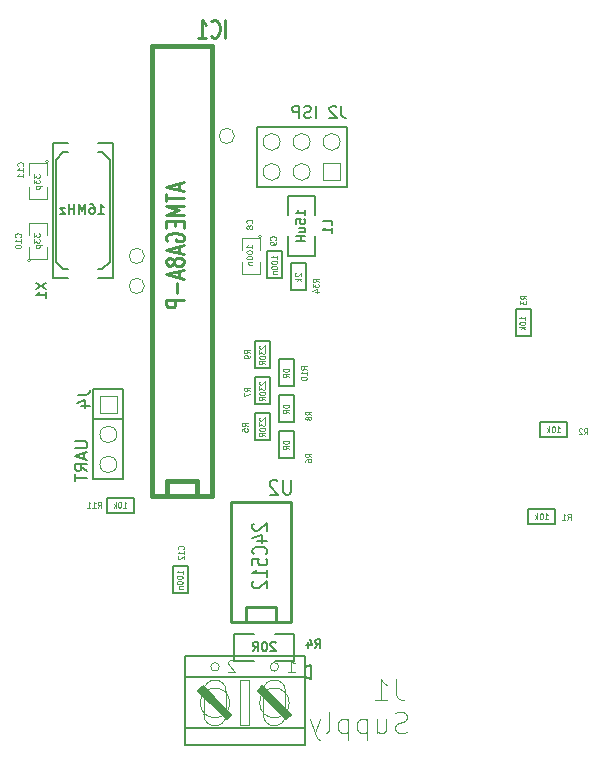
<source format=gbo>
G04 (created by PCBNEW (2013-jul-07)-stable) date pon, 28 lis 2016, 06:01:28*
%MOIN*%
G04 Gerber Fmt 3.4, Leading zero omitted, Abs format*
%FSLAX34Y34*%
G01*
G70*
G90*
G04 APERTURE LIST*
%ADD10C,0.00393701*%
%ADD11C,0.005*%
%ADD12C,0.0039*%
%ADD13C,0.00590551*%
%ADD14C,0.008*%
%ADD15C,0.006*%
%ADD16C,0.01*%
%ADD17C,0.0026*%
%ADD18C,0.024*%
%ADD19C,0.003*%
%ADD20C,0.015*%
%ADD21C,0.0043*%
%ADD22C,0.0045*%
%ADD23C,0.0035*%
%ADD24C,0.01125*%
%ADD25C,0.012*%
G04 APERTURE END LIST*
G54D10*
G54D11*
X84850Y-40900D02*
X83950Y-40900D01*
X83950Y-40900D02*
X83950Y-40250D01*
X84850Y-39550D02*
X84850Y-38900D01*
X84850Y-38900D02*
X83950Y-38900D01*
X83950Y-38900D02*
X83950Y-39550D01*
X84850Y-40250D02*
X84850Y-40900D01*
X84150Y-53500D02*
X84150Y-54400D01*
X84150Y-54400D02*
X83500Y-54400D01*
X82800Y-53500D02*
X82150Y-53500D01*
X82150Y-53500D02*
X82150Y-54400D01*
X82150Y-54400D02*
X82800Y-54400D01*
X83500Y-53500D02*
X84150Y-53500D01*
G54D12*
X75950Y-37750D02*
G75*
G03X75950Y-37750I-50J0D01*
G74*
G01*
X75900Y-38200D02*
X75900Y-37800D01*
X75900Y-37800D02*
X75300Y-37800D01*
X75300Y-37800D02*
X75300Y-38200D01*
X75300Y-38600D02*
X75300Y-39000D01*
X75300Y-39000D02*
X75900Y-39000D01*
X75900Y-39000D02*
X75900Y-38600D01*
X75350Y-41050D02*
G75*
G03X75350Y-41050I-50J0D01*
G74*
G01*
X75300Y-40600D02*
X75300Y-41000D01*
X75300Y-41000D02*
X75900Y-41000D01*
X75900Y-41000D02*
X75900Y-40600D01*
X75900Y-40200D02*
X75900Y-39800D01*
X75900Y-39800D02*
X75300Y-39800D01*
X75300Y-39800D02*
X75300Y-40200D01*
G54D11*
X92029Y-43586D02*
X92029Y-42686D01*
X92029Y-42686D02*
X91529Y-42686D01*
X91529Y-42686D02*
X91529Y-43586D01*
X91529Y-43586D02*
X92029Y-43586D01*
X93250Y-46450D02*
X92350Y-46450D01*
X92350Y-46450D02*
X92350Y-46950D01*
X92350Y-46950D02*
X93250Y-46950D01*
X93250Y-46950D02*
X93250Y-46450D01*
X82850Y-43750D02*
X82850Y-44650D01*
X82850Y-44650D02*
X83350Y-44650D01*
X83350Y-44650D02*
X83350Y-43750D01*
X83350Y-43750D02*
X82850Y-43750D01*
X83250Y-40750D02*
X83250Y-41650D01*
X83250Y-41650D02*
X83750Y-41650D01*
X83750Y-41650D02*
X83750Y-40750D01*
X83750Y-40750D02*
X83250Y-40750D01*
X82850Y-44950D02*
X82850Y-45850D01*
X82850Y-45850D02*
X83350Y-45850D01*
X83350Y-45850D02*
X83350Y-44950D01*
X83350Y-44950D02*
X82850Y-44950D01*
X84150Y-46450D02*
X84150Y-45550D01*
X84150Y-45550D02*
X83650Y-45550D01*
X83650Y-45550D02*
X83650Y-46450D01*
X83650Y-46450D02*
X84150Y-46450D01*
X84150Y-45250D02*
X84150Y-44350D01*
X84150Y-44350D02*
X83650Y-44350D01*
X83650Y-44350D02*
X83650Y-45250D01*
X83650Y-45250D02*
X84150Y-45250D01*
X80600Y-52150D02*
X80600Y-51250D01*
X80600Y-51250D02*
X80100Y-51250D01*
X80100Y-51250D02*
X80100Y-52150D01*
X80100Y-52150D02*
X80600Y-52150D01*
X78796Y-48962D02*
X77896Y-48962D01*
X77896Y-48962D02*
X77896Y-49462D01*
X77896Y-49462D02*
X78796Y-49462D01*
X78796Y-49462D02*
X78796Y-48962D01*
X84550Y-42050D02*
X84550Y-41150D01*
X84550Y-41150D02*
X84050Y-41150D01*
X84050Y-41150D02*
X84050Y-42050D01*
X84050Y-42050D02*
X84550Y-42050D01*
X92850Y-49350D02*
X91950Y-49350D01*
X91950Y-49350D02*
X91950Y-49850D01*
X91950Y-49850D02*
X92850Y-49850D01*
X92850Y-49850D02*
X92850Y-49350D01*
X82850Y-46150D02*
X82850Y-47050D01*
X82850Y-47050D02*
X83350Y-47050D01*
X83350Y-47050D02*
X83350Y-46150D01*
X83350Y-46150D02*
X82850Y-46150D01*
X84150Y-47650D02*
X84150Y-46750D01*
X84150Y-46750D02*
X83650Y-46750D01*
X83650Y-46750D02*
X83650Y-47650D01*
X83650Y-47650D02*
X84150Y-47650D01*
G54D13*
X76450Y-37450D02*
X76600Y-37450D01*
X77750Y-37450D02*
X77600Y-37450D01*
X77750Y-41350D02*
X77600Y-41350D01*
X76450Y-41350D02*
X76600Y-41350D01*
X76100Y-41650D02*
X76600Y-41650D01*
X78100Y-41650D02*
X77600Y-41650D01*
X78100Y-37150D02*
X77600Y-37150D01*
X76100Y-37150D02*
X76600Y-37150D01*
X77750Y-37450D02*
X78000Y-37700D01*
X78000Y-37700D02*
X78000Y-41100D01*
X78000Y-41100D02*
X77750Y-41350D01*
X76450Y-41350D02*
X76200Y-41100D01*
X76200Y-41100D02*
X76200Y-37700D01*
X76200Y-37700D02*
X76450Y-37450D01*
X78100Y-41650D02*
X78100Y-37150D01*
X76100Y-37150D02*
X76100Y-41650D01*
G54D14*
X82900Y-38600D02*
X85900Y-38600D01*
X85900Y-36600D02*
X82900Y-36600D01*
X82900Y-36600D02*
X82900Y-38600D01*
X85900Y-38600D02*
X85900Y-36600D01*
G54D15*
X78452Y-45350D02*
X77452Y-45350D01*
X77452Y-45350D02*
X77452Y-48350D01*
X77452Y-48350D02*
X78452Y-48350D01*
X78452Y-48350D02*
X78452Y-45350D01*
X77452Y-46350D02*
X78452Y-46350D01*
G54D16*
X83550Y-53100D02*
X83550Y-52600D01*
X83550Y-52600D02*
X82550Y-52600D01*
X82550Y-52600D02*
X82550Y-53100D01*
X84050Y-53100D02*
X84050Y-49100D01*
X84050Y-49100D02*
X82050Y-49100D01*
X82050Y-49100D02*
X82050Y-53100D01*
X82050Y-53100D02*
X84050Y-53100D01*
G54D17*
X82650Y-56550D02*
X82350Y-56550D01*
X82350Y-56550D02*
X82350Y-55050D01*
X82650Y-55050D02*
X82350Y-55050D01*
X82650Y-56550D02*
X82650Y-55050D01*
G54D15*
X84500Y-57200D02*
X84500Y-56650D01*
X80500Y-54250D02*
X84500Y-54250D01*
X80500Y-54250D02*
X80500Y-54950D01*
X84500Y-57200D02*
X80500Y-57200D01*
X84500Y-54600D02*
X84700Y-54550D01*
X84500Y-54600D02*
X84500Y-54250D01*
X84700Y-54550D02*
X84700Y-55000D01*
X84700Y-55000D02*
X84500Y-54950D01*
X84500Y-54950D02*
X84500Y-54600D01*
X84500Y-54950D02*
X80500Y-54950D01*
X80500Y-54950D02*
X80500Y-56650D01*
X84500Y-56650D02*
X80500Y-56650D01*
X84500Y-56650D02*
X84500Y-54950D01*
X80500Y-56650D02*
X80500Y-57200D01*
X81910Y-56350D02*
X80960Y-55400D01*
X82060Y-56200D02*
X81110Y-55250D01*
X84040Y-56200D02*
X83090Y-55250D01*
X83890Y-56350D02*
X82940Y-55400D01*
G54D18*
X81910Y-56200D02*
X81110Y-55400D01*
X83890Y-56200D02*
X83090Y-55400D01*
G54D15*
X82060Y-56200D02*
X81910Y-56350D01*
X81110Y-55250D02*
X80960Y-55400D01*
X84040Y-56200D02*
X83890Y-56350D01*
X83090Y-55250D02*
X82940Y-55400D01*
G54D19*
X81651Y-54600D02*
G75*
G03X81651Y-54600I-141J0D01*
G74*
G01*
X83631Y-54600D02*
G75*
G03X83631Y-54600I-141J0D01*
G74*
G01*
X82004Y-55800D02*
G75*
G03X82004Y-55800I-494J0D01*
G74*
G01*
X83984Y-55800D02*
G75*
G03X83984Y-55800I-494J0D01*
G74*
G01*
G54D20*
X81400Y-48900D02*
X81400Y-33900D01*
X81400Y-33900D02*
X79400Y-33900D01*
X79400Y-33900D02*
X79400Y-48900D01*
X79400Y-48900D02*
X81400Y-48900D01*
X80900Y-48900D02*
X80900Y-48400D01*
X80900Y-48400D02*
X79900Y-48400D01*
X79900Y-48400D02*
X79900Y-48900D01*
G54D12*
X83050Y-40250D02*
G75*
G03X83050Y-40250I-50J0D01*
G74*
G01*
X83000Y-40700D02*
X83000Y-40300D01*
X83000Y-40300D02*
X82400Y-40300D01*
X82400Y-40300D02*
X82400Y-40700D01*
X82400Y-41100D02*
X82400Y-41500D01*
X82400Y-41500D02*
X83000Y-41500D01*
X83000Y-41500D02*
X83000Y-41100D01*
G54D10*
X85119Y-37819D02*
X85119Y-38380D01*
X85680Y-38380D01*
X85680Y-37819D01*
X85119Y-37819D01*
X85680Y-37100D02*
G75*
G03X85680Y-37100I-280J0D01*
G74*
G01*
X84680Y-38100D02*
G75*
G03X84680Y-38100I-280J0D01*
G74*
G01*
X84680Y-37100D02*
G75*
G03X84680Y-37100I-280J0D01*
G74*
G01*
X83680Y-38100D02*
G75*
G03X83680Y-38100I-280J0D01*
G74*
G01*
X83680Y-37100D02*
G75*
G03X83680Y-37100I-280J0D01*
G74*
G01*
X77672Y-45570D02*
X77672Y-46130D01*
X78233Y-46130D01*
X78233Y-45570D01*
X77672Y-45570D01*
X78233Y-46850D02*
G75*
G03X78233Y-46850I-280J0D01*
G74*
G01*
X78233Y-47850D02*
G75*
G03X78233Y-47850I-280J0D01*
G74*
G01*
X83860Y-56190D02*
X83860Y-55410D01*
X83119Y-56190D02*
X83119Y-55410D01*
X83860Y-55410D02*
G75*
G03X83119Y-55410I-370J0D01*
G74*
G01*
X83119Y-56190D02*
G75*
G03X83860Y-56190I370J0D01*
G74*
G01*
X81880Y-56190D02*
X81880Y-55410D01*
X81139Y-56190D02*
X81139Y-55410D01*
X81880Y-55410D02*
G75*
G03X81139Y-55410I-370J0D01*
G74*
G01*
X81139Y-56190D02*
G75*
G03X81880Y-56190I370J0D01*
G74*
G01*
X79155Y-41900D02*
G75*
G03X79155Y-41900I-255J0D01*
G74*
G01*
X79155Y-40900D02*
G75*
G03X79155Y-40900I-255J0D01*
G74*
G01*
X82155Y-36900D02*
G75*
G03X82155Y-36900I-255J0D01*
G74*
G01*
G54D11*
X85397Y-39871D02*
X85397Y-39728D01*
X85097Y-39728D01*
X85397Y-40128D02*
X85397Y-39956D01*
X85397Y-40042D02*
X85097Y-40042D01*
X85139Y-40014D01*
X85168Y-39985D01*
X85182Y-39956D01*
X84521Y-39550D02*
X84521Y-39378D01*
X84521Y-39464D02*
X84221Y-39464D01*
X84264Y-39435D01*
X84292Y-39407D01*
X84307Y-39378D01*
X84221Y-39821D02*
X84221Y-39678D01*
X84364Y-39664D01*
X84350Y-39678D01*
X84335Y-39707D01*
X84335Y-39778D01*
X84350Y-39807D01*
X84364Y-39821D01*
X84392Y-39835D01*
X84464Y-39835D01*
X84492Y-39821D01*
X84507Y-39807D01*
X84521Y-39778D01*
X84521Y-39707D01*
X84507Y-39678D01*
X84492Y-39664D01*
X84321Y-40092D02*
X84521Y-40092D01*
X84321Y-39964D02*
X84478Y-39964D01*
X84507Y-39978D01*
X84521Y-40007D01*
X84521Y-40050D01*
X84507Y-40078D01*
X84492Y-40092D01*
X84521Y-40235D02*
X84221Y-40235D01*
X84364Y-40235D02*
X84364Y-40407D01*
X84521Y-40407D02*
X84221Y-40407D01*
X84853Y-53979D02*
X84953Y-53836D01*
X85024Y-53979D02*
X85024Y-53679D01*
X84910Y-53679D01*
X84881Y-53693D01*
X84867Y-53708D01*
X84853Y-53736D01*
X84853Y-53779D01*
X84867Y-53808D01*
X84881Y-53822D01*
X84910Y-53836D01*
X85024Y-53836D01*
X84596Y-53779D02*
X84596Y-53979D01*
X84667Y-53665D02*
X84738Y-53879D01*
X84553Y-53879D01*
X83528Y-53800D02*
X83514Y-53785D01*
X83485Y-53771D01*
X83414Y-53771D01*
X83385Y-53785D01*
X83371Y-53800D01*
X83357Y-53828D01*
X83357Y-53857D01*
X83371Y-53900D01*
X83542Y-54071D01*
X83357Y-54071D01*
X83171Y-53771D02*
X83142Y-53771D01*
X83114Y-53785D01*
X83100Y-53800D01*
X83085Y-53828D01*
X83071Y-53885D01*
X83071Y-53957D01*
X83085Y-54014D01*
X83100Y-54042D01*
X83114Y-54057D01*
X83142Y-54071D01*
X83171Y-54071D01*
X83200Y-54057D01*
X83214Y-54042D01*
X83228Y-54014D01*
X83242Y-53957D01*
X83242Y-53885D01*
X83228Y-53828D01*
X83214Y-53800D01*
X83200Y-53785D01*
X83171Y-53771D01*
X82771Y-54071D02*
X82871Y-53928D01*
X82942Y-54071D02*
X82942Y-53771D01*
X82828Y-53771D01*
X82800Y-53785D01*
X82785Y-53800D01*
X82771Y-53828D01*
X82771Y-53871D01*
X82785Y-53900D01*
X82800Y-53914D01*
X82828Y-53928D01*
X82942Y-53928D01*
G54D21*
X75100Y-37904D02*
X75109Y-37895D01*
X75119Y-37867D01*
X75119Y-37848D01*
X75109Y-37820D01*
X75090Y-37801D01*
X75072Y-37792D01*
X75034Y-37782D01*
X75006Y-37782D01*
X74969Y-37792D01*
X74950Y-37801D01*
X74931Y-37820D01*
X74922Y-37848D01*
X74922Y-37867D01*
X74931Y-37895D01*
X74940Y-37904D01*
X75119Y-38092D02*
X75119Y-37979D01*
X75119Y-38036D02*
X74922Y-38036D01*
X74950Y-38017D01*
X74969Y-37998D01*
X74978Y-37979D01*
X75119Y-38280D02*
X75119Y-38167D01*
X75119Y-38223D02*
X74922Y-38223D01*
X74950Y-38205D01*
X74969Y-38186D01*
X74978Y-38167D01*
X75473Y-38176D02*
X75473Y-38298D01*
X75548Y-38232D01*
X75548Y-38261D01*
X75557Y-38279D01*
X75567Y-38289D01*
X75585Y-38298D01*
X75632Y-38298D01*
X75651Y-38289D01*
X75660Y-38279D01*
X75670Y-38261D01*
X75670Y-38204D01*
X75660Y-38185D01*
X75651Y-38176D01*
X75473Y-38364D02*
X75473Y-38486D01*
X75548Y-38420D01*
X75548Y-38448D01*
X75557Y-38467D01*
X75567Y-38476D01*
X75585Y-38486D01*
X75632Y-38486D01*
X75651Y-38476D01*
X75660Y-38467D01*
X75670Y-38448D01*
X75670Y-38392D01*
X75660Y-38373D01*
X75651Y-38364D01*
X75538Y-38570D02*
X75735Y-38570D01*
X75548Y-38570D02*
X75538Y-38589D01*
X75538Y-38626D01*
X75548Y-38645D01*
X75557Y-38655D01*
X75576Y-38664D01*
X75632Y-38664D01*
X75651Y-38655D01*
X75660Y-38645D01*
X75670Y-38626D01*
X75670Y-38589D01*
X75660Y-38570D01*
X75021Y-40267D02*
X75030Y-40257D01*
X75040Y-40229D01*
X75040Y-40210D01*
X75030Y-40182D01*
X75012Y-40163D01*
X74993Y-40154D01*
X74955Y-40145D01*
X74927Y-40145D01*
X74890Y-40154D01*
X74871Y-40163D01*
X74852Y-40182D01*
X74843Y-40210D01*
X74843Y-40229D01*
X74852Y-40257D01*
X74862Y-40267D01*
X75040Y-40454D02*
X75040Y-40342D01*
X75040Y-40398D02*
X74843Y-40398D01*
X74871Y-40379D01*
X74890Y-40360D01*
X74899Y-40342D01*
X74843Y-40576D02*
X74843Y-40595D01*
X74852Y-40614D01*
X74862Y-40623D01*
X74880Y-40632D01*
X74918Y-40642D01*
X74965Y-40642D01*
X75002Y-40632D01*
X75021Y-40623D01*
X75030Y-40614D01*
X75040Y-40595D01*
X75040Y-40576D01*
X75030Y-40557D01*
X75021Y-40548D01*
X75002Y-40539D01*
X74965Y-40529D01*
X74918Y-40529D01*
X74880Y-40539D01*
X74862Y-40548D01*
X74852Y-40557D01*
X74843Y-40576D01*
X75473Y-40145D02*
X75473Y-40267D01*
X75548Y-40201D01*
X75548Y-40229D01*
X75557Y-40248D01*
X75567Y-40257D01*
X75585Y-40267D01*
X75632Y-40267D01*
X75651Y-40257D01*
X75660Y-40248D01*
X75670Y-40229D01*
X75670Y-40173D01*
X75660Y-40154D01*
X75651Y-40145D01*
X75473Y-40332D02*
X75473Y-40454D01*
X75548Y-40389D01*
X75548Y-40417D01*
X75557Y-40435D01*
X75567Y-40445D01*
X75585Y-40454D01*
X75632Y-40454D01*
X75651Y-40445D01*
X75660Y-40435D01*
X75670Y-40417D01*
X75670Y-40360D01*
X75660Y-40342D01*
X75651Y-40332D01*
X75538Y-40539D02*
X75735Y-40539D01*
X75548Y-40539D02*
X75538Y-40557D01*
X75538Y-40595D01*
X75548Y-40614D01*
X75557Y-40623D01*
X75576Y-40632D01*
X75632Y-40632D01*
X75651Y-40623D01*
X75660Y-40614D01*
X75670Y-40595D01*
X75670Y-40557D01*
X75660Y-40539D01*
G54D22*
X91891Y-42332D02*
X91796Y-42272D01*
X91891Y-42229D02*
X91691Y-42229D01*
X91691Y-42297D01*
X91701Y-42315D01*
X91711Y-42323D01*
X91730Y-42332D01*
X91758Y-42332D01*
X91777Y-42323D01*
X91787Y-42315D01*
X91796Y-42297D01*
X91796Y-42229D01*
X91691Y-42392D02*
X91691Y-42503D01*
X91768Y-42443D01*
X91768Y-42469D01*
X91777Y-42486D01*
X91787Y-42495D01*
X91806Y-42503D01*
X91853Y-42503D01*
X91872Y-42495D01*
X91882Y-42486D01*
X91891Y-42469D01*
X91891Y-42417D01*
X91882Y-42400D01*
X91872Y-42392D01*
X91860Y-43029D02*
X91860Y-42926D01*
X91860Y-42977D02*
X91660Y-42977D01*
X91688Y-42960D01*
X91707Y-42943D01*
X91717Y-42926D01*
X91660Y-43140D02*
X91660Y-43157D01*
X91669Y-43174D01*
X91679Y-43183D01*
X91698Y-43192D01*
X91736Y-43200D01*
X91783Y-43200D01*
X91821Y-43192D01*
X91841Y-43183D01*
X91850Y-43174D01*
X91860Y-43157D01*
X91860Y-43140D01*
X91850Y-43123D01*
X91841Y-43114D01*
X91821Y-43106D01*
X91783Y-43097D01*
X91736Y-43097D01*
X91698Y-43106D01*
X91679Y-43114D01*
X91669Y-43123D01*
X91660Y-43140D01*
X91860Y-43277D02*
X91660Y-43277D01*
X91783Y-43294D02*
X91860Y-43346D01*
X91726Y-43346D02*
X91802Y-43277D01*
X93809Y-46852D02*
X93869Y-46757D01*
X93912Y-46852D02*
X93912Y-46652D01*
X93843Y-46652D01*
X93826Y-46662D01*
X93818Y-46671D01*
X93809Y-46690D01*
X93809Y-46719D01*
X93818Y-46738D01*
X93826Y-46747D01*
X93843Y-46757D01*
X93912Y-46757D01*
X93740Y-46671D02*
X93732Y-46662D01*
X93715Y-46652D01*
X93672Y-46652D01*
X93655Y-46662D01*
X93646Y-46671D01*
X93638Y-46690D01*
X93638Y-46709D01*
X93646Y-46738D01*
X93749Y-46852D01*
X93638Y-46852D01*
X92907Y-46780D02*
X93010Y-46780D01*
X92958Y-46780D02*
X92958Y-46580D01*
X92975Y-46609D01*
X92992Y-46628D01*
X93010Y-46638D01*
X92795Y-46580D02*
X92778Y-46580D01*
X92761Y-46590D01*
X92752Y-46600D01*
X92744Y-46619D01*
X92735Y-46657D01*
X92735Y-46704D01*
X92744Y-46742D01*
X92752Y-46761D01*
X92761Y-46771D01*
X92778Y-46780D01*
X92795Y-46780D01*
X92812Y-46771D01*
X92821Y-46761D01*
X92830Y-46742D01*
X92838Y-46704D01*
X92838Y-46657D01*
X92830Y-46619D01*
X92821Y-46600D01*
X92812Y-46590D01*
X92795Y-46580D01*
X92658Y-46780D02*
X92658Y-46580D01*
X92641Y-46704D02*
X92589Y-46780D01*
X92589Y-46647D02*
X92658Y-46723D01*
X82679Y-44143D02*
X82584Y-44083D01*
X82679Y-44040D02*
X82479Y-44040D01*
X82479Y-44108D01*
X82488Y-44126D01*
X82498Y-44134D01*
X82517Y-44143D01*
X82546Y-44143D01*
X82565Y-44134D01*
X82574Y-44126D01*
X82584Y-44108D01*
X82584Y-44040D01*
X82679Y-44228D02*
X82679Y-44263D01*
X82669Y-44280D01*
X82660Y-44288D01*
X82631Y-44306D01*
X82593Y-44314D01*
X82517Y-44314D01*
X82498Y-44306D01*
X82488Y-44297D01*
X82479Y-44280D01*
X82479Y-44246D01*
X82488Y-44228D01*
X82498Y-44220D01*
X82517Y-44211D01*
X82565Y-44211D01*
X82584Y-44220D01*
X82593Y-44228D01*
X82603Y-44246D01*
X82603Y-44280D01*
X82593Y-44297D01*
X82584Y-44306D01*
X82565Y-44314D01*
X83000Y-43887D02*
X82990Y-43895D01*
X82980Y-43912D01*
X82980Y-43955D01*
X82990Y-43972D01*
X83000Y-43981D01*
X83019Y-43990D01*
X83038Y-43990D01*
X83066Y-43981D01*
X83180Y-43878D01*
X83180Y-43990D01*
X82980Y-44050D02*
X82980Y-44161D01*
X83057Y-44101D01*
X83057Y-44127D01*
X83066Y-44144D01*
X83076Y-44152D01*
X83095Y-44161D01*
X83142Y-44161D01*
X83161Y-44152D01*
X83171Y-44144D01*
X83180Y-44127D01*
X83180Y-44075D01*
X83171Y-44058D01*
X83161Y-44050D01*
X82980Y-44272D02*
X82980Y-44290D01*
X82990Y-44307D01*
X83000Y-44315D01*
X83019Y-44324D01*
X83057Y-44332D01*
X83104Y-44332D01*
X83142Y-44324D01*
X83161Y-44315D01*
X83171Y-44307D01*
X83180Y-44290D01*
X83180Y-44272D01*
X83171Y-44255D01*
X83161Y-44247D01*
X83142Y-44238D01*
X83104Y-44230D01*
X83057Y-44230D01*
X83019Y-44238D01*
X83000Y-44247D01*
X82990Y-44255D01*
X82980Y-44272D01*
X83180Y-44512D02*
X83085Y-44452D01*
X83180Y-44410D02*
X82980Y-44410D01*
X82980Y-44478D01*
X82990Y-44495D01*
X83000Y-44504D01*
X83019Y-44512D01*
X83047Y-44512D01*
X83066Y-44504D01*
X83076Y-44495D01*
X83085Y-44478D01*
X83085Y-44410D01*
X83526Y-40363D02*
X83535Y-40355D01*
X83545Y-40329D01*
X83545Y-40312D01*
X83535Y-40286D01*
X83516Y-40269D01*
X83497Y-40260D01*
X83459Y-40252D01*
X83431Y-40252D01*
X83393Y-40260D01*
X83374Y-40269D01*
X83355Y-40286D01*
X83345Y-40312D01*
X83345Y-40329D01*
X83355Y-40355D01*
X83364Y-40363D01*
X83545Y-40449D02*
X83545Y-40483D01*
X83535Y-40500D01*
X83526Y-40509D01*
X83497Y-40526D01*
X83459Y-40535D01*
X83383Y-40535D01*
X83364Y-40526D01*
X83355Y-40517D01*
X83345Y-40500D01*
X83345Y-40466D01*
X83355Y-40449D01*
X83364Y-40440D01*
X83383Y-40432D01*
X83431Y-40432D01*
X83450Y-40440D01*
X83459Y-40449D01*
X83469Y-40466D01*
X83469Y-40500D01*
X83459Y-40517D01*
X83450Y-40526D01*
X83431Y-40535D01*
X83580Y-40998D02*
X83580Y-40895D01*
X83580Y-40947D02*
X83380Y-40947D01*
X83409Y-40929D01*
X83428Y-40912D01*
X83438Y-40895D01*
X83380Y-41110D02*
X83380Y-41127D01*
X83390Y-41144D01*
X83400Y-41152D01*
X83419Y-41161D01*
X83457Y-41170D01*
X83504Y-41170D01*
X83542Y-41161D01*
X83561Y-41152D01*
X83571Y-41144D01*
X83580Y-41127D01*
X83580Y-41110D01*
X83571Y-41092D01*
X83561Y-41084D01*
X83542Y-41075D01*
X83504Y-41067D01*
X83457Y-41067D01*
X83419Y-41075D01*
X83400Y-41084D01*
X83390Y-41092D01*
X83380Y-41110D01*
X83380Y-41281D02*
X83380Y-41298D01*
X83390Y-41315D01*
X83400Y-41324D01*
X83419Y-41332D01*
X83457Y-41341D01*
X83504Y-41341D01*
X83542Y-41332D01*
X83561Y-41324D01*
X83571Y-41315D01*
X83580Y-41298D01*
X83580Y-41281D01*
X83571Y-41264D01*
X83561Y-41255D01*
X83542Y-41247D01*
X83504Y-41238D01*
X83457Y-41238D01*
X83419Y-41247D01*
X83400Y-41255D01*
X83390Y-41264D01*
X83380Y-41281D01*
X83447Y-41418D02*
X83580Y-41418D01*
X83466Y-41418D02*
X83457Y-41427D01*
X83447Y-41444D01*
X83447Y-41470D01*
X83457Y-41487D01*
X83476Y-41495D01*
X83580Y-41495D01*
X82679Y-45403D02*
X82584Y-45343D01*
X82679Y-45300D02*
X82479Y-45300D01*
X82479Y-45368D01*
X82488Y-45385D01*
X82498Y-45394D01*
X82517Y-45403D01*
X82546Y-45403D01*
X82565Y-45394D01*
X82574Y-45385D01*
X82584Y-45368D01*
X82584Y-45300D01*
X82479Y-45463D02*
X82479Y-45583D01*
X82679Y-45505D01*
X83000Y-45087D02*
X82990Y-45095D01*
X82980Y-45112D01*
X82980Y-45155D01*
X82990Y-45172D01*
X83000Y-45181D01*
X83019Y-45190D01*
X83038Y-45190D01*
X83066Y-45181D01*
X83180Y-45078D01*
X83180Y-45190D01*
X82980Y-45250D02*
X82980Y-45361D01*
X83057Y-45301D01*
X83057Y-45327D01*
X83066Y-45344D01*
X83076Y-45352D01*
X83095Y-45361D01*
X83142Y-45361D01*
X83161Y-45352D01*
X83171Y-45344D01*
X83180Y-45327D01*
X83180Y-45275D01*
X83171Y-45258D01*
X83161Y-45250D01*
X82980Y-45472D02*
X82980Y-45490D01*
X82990Y-45507D01*
X83000Y-45515D01*
X83019Y-45524D01*
X83057Y-45532D01*
X83104Y-45532D01*
X83142Y-45524D01*
X83161Y-45515D01*
X83171Y-45507D01*
X83180Y-45490D01*
X83180Y-45472D01*
X83171Y-45455D01*
X83161Y-45447D01*
X83142Y-45438D01*
X83104Y-45430D01*
X83057Y-45430D01*
X83019Y-45438D01*
X83000Y-45447D01*
X82990Y-45455D01*
X82980Y-45472D01*
X83180Y-45712D02*
X83085Y-45652D01*
X83180Y-45610D02*
X82980Y-45610D01*
X82980Y-45678D01*
X82990Y-45695D01*
X83000Y-45704D01*
X83019Y-45712D01*
X83047Y-45712D01*
X83066Y-45704D01*
X83076Y-45695D01*
X83085Y-45678D01*
X83085Y-45610D01*
X84726Y-46190D02*
X84631Y-46130D01*
X84726Y-46087D02*
X84526Y-46087D01*
X84526Y-46156D01*
X84536Y-46173D01*
X84545Y-46181D01*
X84564Y-46190D01*
X84593Y-46190D01*
X84612Y-46181D01*
X84621Y-46173D01*
X84631Y-46156D01*
X84631Y-46087D01*
X84612Y-46293D02*
X84602Y-46276D01*
X84593Y-46267D01*
X84574Y-46259D01*
X84564Y-46259D01*
X84545Y-46267D01*
X84536Y-46276D01*
X84526Y-46293D01*
X84526Y-46327D01*
X84536Y-46344D01*
X84545Y-46353D01*
X84564Y-46361D01*
X84574Y-46361D01*
X84593Y-46353D01*
X84602Y-46344D01*
X84612Y-46327D01*
X84612Y-46293D01*
X84621Y-46276D01*
X84631Y-46267D01*
X84650Y-46259D01*
X84688Y-46259D01*
X84707Y-46267D01*
X84717Y-46276D01*
X84726Y-46293D01*
X84726Y-46327D01*
X84717Y-46344D01*
X84707Y-46353D01*
X84688Y-46361D01*
X84650Y-46361D01*
X84631Y-46353D01*
X84621Y-46344D01*
X84612Y-46327D01*
X83780Y-45901D02*
X83780Y-45918D01*
X83790Y-45935D01*
X83800Y-45944D01*
X83819Y-45952D01*
X83857Y-45961D01*
X83904Y-45961D01*
X83942Y-45952D01*
X83961Y-45944D01*
X83971Y-45935D01*
X83980Y-45918D01*
X83980Y-45901D01*
X83971Y-45884D01*
X83961Y-45875D01*
X83942Y-45867D01*
X83904Y-45858D01*
X83857Y-45858D01*
X83819Y-45867D01*
X83800Y-45875D01*
X83790Y-45884D01*
X83780Y-45901D01*
X83980Y-46141D02*
X83885Y-46081D01*
X83980Y-46038D02*
X83780Y-46038D01*
X83780Y-46107D01*
X83790Y-46124D01*
X83800Y-46132D01*
X83819Y-46141D01*
X83847Y-46141D01*
X83866Y-46132D01*
X83876Y-46124D01*
X83885Y-46107D01*
X83885Y-46038D01*
X84569Y-44687D02*
X84473Y-44627D01*
X84569Y-44584D02*
X84369Y-44584D01*
X84369Y-44653D01*
X84378Y-44670D01*
X84388Y-44678D01*
X84407Y-44687D01*
X84435Y-44687D01*
X84454Y-44678D01*
X84464Y-44670D01*
X84473Y-44653D01*
X84473Y-44584D01*
X84569Y-44858D02*
X84569Y-44756D01*
X84569Y-44807D02*
X84369Y-44807D01*
X84397Y-44790D01*
X84416Y-44773D01*
X84426Y-44756D01*
X84369Y-44970D02*
X84369Y-44987D01*
X84378Y-45004D01*
X84388Y-45013D01*
X84407Y-45021D01*
X84445Y-45030D01*
X84492Y-45030D01*
X84531Y-45021D01*
X84550Y-45013D01*
X84559Y-45004D01*
X84569Y-44987D01*
X84569Y-44970D01*
X84559Y-44953D01*
X84550Y-44944D01*
X84531Y-44936D01*
X84492Y-44927D01*
X84445Y-44927D01*
X84407Y-44936D01*
X84388Y-44944D01*
X84378Y-44953D01*
X84369Y-44970D01*
X83780Y-44701D02*
X83780Y-44718D01*
X83790Y-44735D01*
X83800Y-44744D01*
X83819Y-44752D01*
X83857Y-44761D01*
X83904Y-44761D01*
X83942Y-44752D01*
X83961Y-44744D01*
X83971Y-44735D01*
X83980Y-44718D01*
X83980Y-44701D01*
X83971Y-44684D01*
X83961Y-44675D01*
X83942Y-44667D01*
X83904Y-44658D01*
X83857Y-44658D01*
X83819Y-44667D01*
X83800Y-44675D01*
X83790Y-44684D01*
X83780Y-44701D01*
X83980Y-44941D02*
X83885Y-44881D01*
X83980Y-44838D02*
X83780Y-44838D01*
X83780Y-44907D01*
X83790Y-44924D01*
X83800Y-44932D01*
X83819Y-44941D01*
X83847Y-44941D01*
X83866Y-44932D01*
X83876Y-44924D01*
X83885Y-44907D01*
X83885Y-44838D01*
X80455Y-50671D02*
X80465Y-50663D01*
X80474Y-50637D01*
X80474Y-50620D01*
X80465Y-50594D01*
X80446Y-50577D01*
X80427Y-50568D01*
X80388Y-50560D01*
X80360Y-50560D01*
X80322Y-50568D01*
X80303Y-50577D01*
X80284Y-50594D01*
X80274Y-50620D01*
X80274Y-50637D01*
X80284Y-50663D01*
X80293Y-50671D01*
X80474Y-50843D02*
X80474Y-50740D01*
X80474Y-50791D02*
X80274Y-50791D01*
X80303Y-50774D01*
X80322Y-50757D01*
X80331Y-50740D01*
X80293Y-50911D02*
X80284Y-50920D01*
X80274Y-50937D01*
X80274Y-50980D01*
X80284Y-50997D01*
X80293Y-51005D01*
X80312Y-51014D01*
X80331Y-51014D01*
X80360Y-51005D01*
X80474Y-50903D01*
X80474Y-51014D01*
X80430Y-51498D02*
X80430Y-51395D01*
X80430Y-51447D02*
X80230Y-51447D01*
X80259Y-51429D01*
X80278Y-51412D01*
X80288Y-51395D01*
X80230Y-51610D02*
X80230Y-51627D01*
X80240Y-51644D01*
X80250Y-51652D01*
X80269Y-51661D01*
X80307Y-51670D01*
X80354Y-51670D01*
X80392Y-51661D01*
X80411Y-51652D01*
X80421Y-51644D01*
X80430Y-51627D01*
X80430Y-51610D01*
X80421Y-51592D01*
X80411Y-51584D01*
X80392Y-51575D01*
X80354Y-51567D01*
X80307Y-51567D01*
X80269Y-51575D01*
X80250Y-51584D01*
X80240Y-51592D01*
X80230Y-51610D01*
X80230Y-51781D02*
X80230Y-51798D01*
X80240Y-51815D01*
X80250Y-51824D01*
X80269Y-51832D01*
X80307Y-51841D01*
X80354Y-51841D01*
X80392Y-51832D01*
X80411Y-51824D01*
X80421Y-51815D01*
X80430Y-51798D01*
X80430Y-51781D01*
X80421Y-51764D01*
X80411Y-51755D01*
X80392Y-51747D01*
X80354Y-51738D01*
X80307Y-51738D01*
X80269Y-51747D01*
X80250Y-51755D01*
X80240Y-51764D01*
X80230Y-51781D01*
X80297Y-51918D02*
X80430Y-51918D01*
X80316Y-51918D02*
X80307Y-51927D01*
X80297Y-51944D01*
X80297Y-51970D01*
X80307Y-51987D01*
X80326Y-51995D01*
X80430Y-51995D01*
X77596Y-49293D02*
X77656Y-49198D01*
X77698Y-49293D02*
X77698Y-49093D01*
X77630Y-49093D01*
X77613Y-49103D01*
X77604Y-49112D01*
X77596Y-49131D01*
X77596Y-49160D01*
X77604Y-49179D01*
X77613Y-49188D01*
X77630Y-49198D01*
X77698Y-49198D01*
X77424Y-49293D02*
X77527Y-49293D01*
X77476Y-49293D02*
X77476Y-49093D01*
X77493Y-49122D01*
X77510Y-49141D01*
X77527Y-49150D01*
X77253Y-49293D02*
X77356Y-49293D01*
X77304Y-49293D02*
X77304Y-49093D01*
X77321Y-49122D01*
X77338Y-49141D01*
X77356Y-49150D01*
X78453Y-49293D02*
X78556Y-49293D01*
X78505Y-49293D02*
X78505Y-49093D01*
X78522Y-49122D01*
X78539Y-49141D01*
X78556Y-49150D01*
X78342Y-49093D02*
X78325Y-49093D01*
X78307Y-49103D01*
X78299Y-49112D01*
X78290Y-49131D01*
X78282Y-49169D01*
X78282Y-49217D01*
X78290Y-49255D01*
X78299Y-49274D01*
X78307Y-49284D01*
X78325Y-49293D01*
X78342Y-49293D01*
X78359Y-49284D01*
X78367Y-49274D01*
X78376Y-49255D01*
X78385Y-49217D01*
X78385Y-49169D01*
X78376Y-49131D01*
X78367Y-49112D01*
X78359Y-49103D01*
X78342Y-49093D01*
X78205Y-49293D02*
X78205Y-49093D01*
X78187Y-49217D02*
X78136Y-49293D01*
X78136Y-49160D02*
X78205Y-49236D01*
X84962Y-41774D02*
X84867Y-41714D01*
X84962Y-41671D02*
X84762Y-41671D01*
X84762Y-41739D01*
X84772Y-41756D01*
X84781Y-41765D01*
X84800Y-41774D01*
X84829Y-41774D01*
X84848Y-41765D01*
X84858Y-41756D01*
X84867Y-41739D01*
X84867Y-41671D01*
X84762Y-41834D02*
X84762Y-41945D01*
X84839Y-41885D01*
X84839Y-41911D01*
X84848Y-41928D01*
X84858Y-41936D01*
X84877Y-41945D01*
X84924Y-41945D01*
X84943Y-41936D01*
X84953Y-41928D01*
X84962Y-41911D01*
X84962Y-41859D01*
X84953Y-41842D01*
X84943Y-41834D01*
X84829Y-42099D02*
X84962Y-42099D01*
X84753Y-42056D02*
X84896Y-42014D01*
X84896Y-42125D01*
X84200Y-41475D02*
X84190Y-41484D01*
X84180Y-41501D01*
X84180Y-41544D01*
X84190Y-41561D01*
X84200Y-41570D01*
X84219Y-41578D01*
X84238Y-41578D01*
X84266Y-41570D01*
X84380Y-41467D01*
X84380Y-41578D01*
X84380Y-41655D02*
X84180Y-41655D01*
X84304Y-41672D02*
X84380Y-41724D01*
X84247Y-41724D02*
X84323Y-41655D01*
X93258Y-49687D02*
X93318Y-49592D01*
X93361Y-49687D02*
X93361Y-49487D01*
X93292Y-49487D01*
X93275Y-49496D01*
X93266Y-49506D01*
X93258Y-49525D01*
X93258Y-49553D01*
X93266Y-49572D01*
X93275Y-49582D01*
X93292Y-49592D01*
X93361Y-49592D01*
X93086Y-49687D02*
X93189Y-49687D01*
X93138Y-49687D02*
X93138Y-49487D01*
X93155Y-49515D01*
X93172Y-49534D01*
X93189Y-49544D01*
X92507Y-49680D02*
X92610Y-49680D01*
X92558Y-49680D02*
X92558Y-49480D01*
X92575Y-49509D01*
X92592Y-49528D01*
X92610Y-49538D01*
X92395Y-49480D02*
X92378Y-49480D01*
X92361Y-49490D01*
X92352Y-49500D01*
X92344Y-49519D01*
X92335Y-49557D01*
X92335Y-49604D01*
X92344Y-49642D01*
X92352Y-49661D01*
X92361Y-49671D01*
X92378Y-49680D01*
X92395Y-49680D01*
X92412Y-49671D01*
X92421Y-49661D01*
X92430Y-49642D01*
X92438Y-49604D01*
X92438Y-49557D01*
X92430Y-49519D01*
X92421Y-49500D01*
X92412Y-49490D01*
X92395Y-49480D01*
X92258Y-49680D02*
X92258Y-49480D01*
X92241Y-49604D02*
X92189Y-49680D01*
X92189Y-49547D02*
X92258Y-49623D01*
X82600Y-46584D02*
X82505Y-46524D01*
X82600Y-46481D02*
X82400Y-46481D01*
X82400Y-46549D01*
X82410Y-46567D01*
X82419Y-46575D01*
X82438Y-46584D01*
X82467Y-46584D01*
X82486Y-46575D01*
X82495Y-46567D01*
X82505Y-46549D01*
X82505Y-46481D01*
X82400Y-46747D02*
X82400Y-46661D01*
X82495Y-46652D01*
X82486Y-46661D01*
X82476Y-46678D01*
X82476Y-46721D01*
X82486Y-46738D01*
X82495Y-46747D01*
X82514Y-46755D01*
X82562Y-46755D01*
X82581Y-46747D01*
X82591Y-46738D01*
X82600Y-46721D01*
X82600Y-46678D01*
X82591Y-46661D01*
X82581Y-46652D01*
X83000Y-46287D02*
X82990Y-46295D01*
X82980Y-46312D01*
X82980Y-46355D01*
X82990Y-46372D01*
X83000Y-46381D01*
X83019Y-46390D01*
X83038Y-46390D01*
X83066Y-46381D01*
X83180Y-46278D01*
X83180Y-46390D01*
X82980Y-46450D02*
X82980Y-46561D01*
X83057Y-46501D01*
X83057Y-46527D01*
X83066Y-46544D01*
X83076Y-46552D01*
X83095Y-46561D01*
X83142Y-46561D01*
X83161Y-46552D01*
X83171Y-46544D01*
X83180Y-46527D01*
X83180Y-46475D01*
X83171Y-46458D01*
X83161Y-46450D01*
X82980Y-46672D02*
X82980Y-46690D01*
X82990Y-46707D01*
X83000Y-46715D01*
X83019Y-46724D01*
X83057Y-46732D01*
X83104Y-46732D01*
X83142Y-46724D01*
X83161Y-46715D01*
X83171Y-46707D01*
X83180Y-46690D01*
X83180Y-46672D01*
X83171Y-46655D01*
X83161Y-46647D01*
X83142Y-46638D01*
X83104Y-46630D01*
X83057Y-46630D01*
X83019Y-46638D01*
X83000Y-46647D01*
X82990Y-46655D01*
X82980Y-46672D01*
X83180Y-46912D02*
X83085Y-46852D01*
X83180Y-46810D02*
X82980Y-46810D01*
X82980Y-46878D01*
X82990Y-46895D01*
X83000Y-46904D01*
X83019Y-46912D01*
X83047Y-46912D01*
X83066Y-46904D01*
X83076Y-46895D01*
X83085Y-46878D01*
X83085Y-46810D01*
X84726Y-47607D02*
X84631Y-47547D01*
X84726Y-47504D02*
X84526Y-47504D01*
X84526Y-47573D01*
X84536Y-47590D01*
X84545Y-47599D01*
X84564Y-47607D01*
X84593Y-47607D01*
X84612Y-47599D01*
X84621Y-47590D01*
X84631Y-47573D01*
X84631Y-47504D01*
X84526Y-47762D02*
X84526Y-47727D01*
X84536Y-47710D01*
X84545Y-47702D01*
X84574Y-47684D01*
X84612Y-47676D01*
X84688Y-47676D01*
X84707Y-47684D01*
X84717Y-47693D01*
X84726Y-47710D01*
X84726Y-47744D01*
X84717Y-47762D01*
X84707Y-47770D01*
X84688Y-47779D01*
X84640Y-47779D01*
X84621Y-47770D01*
X84612Y-47762D01*
X84602Y-47744D01*
X84602Y-47710D01*
X84612Y-47693D01*
X84621Y-47684D01*
X84640Y-47676D01*
X83780Y-47101D02*
X83780Y-47118D01*
X83790Y-47135D01*
X83800Y-47144D01*
X83819Y-47152D01*
X83857Y-47161D01*
X83904Y-47161D01*
X83942Y-47152D01*
X83961Y-47144D01*
X83971Y-47135D01*
X83980Y-47118D01*
X83980Y-47101D01*
X83971Y-47084D01*
X83961Y-47075D01*
X83942Y-47067D01*
X83904Y-47058D01*
X83857Y-47058D01*
X83819Y-47067D01*
X83800Y-47075D01*
X83790Y-47084D01*
X83780Y-47101D01*
X83980Y-47341D02*
X83885Y-47281D01*
X83980Y-47238D02*
X83780Y-47238D01*
X83780Y-47307D01*
X83790Y-47324D01*
X83800Y-47332D01*
X83819Y-47341D01*
X83847Y-47341D01*
X83866Y-47332D01*
X83876Y-47324D01*
X83885Y-47307D01*
X83885Y-47238D01*
G54D13*
X75560Y-41792D02*
X75875Y-42002D01*
X75560Y-42002D02*
X75875Y-41792D01*
X75875Y-42287D02*
X75875Y-42107D01*
X75875Y-42197D02*
X75560Y-42197D01*
X75605Y-42167D01*
X75635Y-42137D01*
X75650Y-42107D01*
X77619Y-39497D02*
X77799Y-39497D01*
X77709Y-39497D02*
X77709Y-39182D01*
X77739Y-39227D01*
X77769Y-39257D01*
X77799Y-39272D01*
X77349Y-39182D02*
X77409Y-39182D01*
X77439Y-39197D01*
X77454Y-39212D01*
X77484Y-39257D01*
X77499Y-39317D01*
X77499Y-39437D01*
X77484Y-39467D01*
X77469Y-39482D01*
X77439Y-39497D01*
X77379Y-39497D01*
X77349Y-39482D01*
X77334Y-39467D01*
X77319Y-39437D01*
X77319Y-39362D01*
X77334Y-39332D01*
X77349Y-39317D01*
X77379Y-39302D01*
X77439Y-39302D01*
X77469Y-39317D01*
X77484Y-39332D01*
X77499Y-39362D01*
X77184Y-39497D02*
X77184Y-39182D01*
X77079Y-39407D01*
X76974Y-39182D01*
X76974Y-39497D01*
X76824Y-39497D02*
X76824Y-39182D01*
X76824Y-39332D02*
X76644Y-39332D01*
X76644Y-39497D02*
X76644Y-39182D01*
X76524Y-39287D02*
X76359Y-39287D01*
X76524Y-39497D01*
X76359Y-39497D01*
G54D14*
X85723Y-35903D02*
X85723Y-36189D01*
X85742Y-36246D01*
X85781Y-36284D01*
X85838Y-36303D01*
X85876Y-36303D01*
X85552Y-35941D02*
X85533Y-35922D01*
X85495Y-35903D01*
X85400Y-35903D01*
X85361Y-35922D01*
X85342Y-35941D01*
X85323Y-35979D01*
X85323Y-36017D01*
X85342Y-36075D01*
X85571Y-36303D01*
X85323Y-36303D01*
X84878Y-36303D02*
X84878Y-35903D01*
X84707Y-36284D02*
X84650Y-36303D01*
X84554Y-36303D01*
X84516Y-36284D01*
X84497Y-36265D01*
X84478Y-36227D01*
X84478Y-36189D01*
X84497Y-36151D01*
X84516Y-36132D01*
X84554Y-36113D01*
X84631Y-36094D01*
X84669Y-36075D01*
X84688Y-36056D01*
X84707Y-36017D01*
X84707Y-35979D01*
X84688Y-35941D01*
X84669Y-35922D01*
X84631Y-35903D01*
X84535Y-35903D01*
X84478Y-35922D01*
X84307Y-36303D02*
X84307Y-35903D01*
X84154Y-35903D01*
X84116Y-35922D01*
X84097Y-35941D01*
X84078Y-35979D01*
X84078Y-36036D01*
X84097Y-36075D01*
X84116Y-36094D01*
X84154Y-36113D01*
X84307Y-36113D01*
G54D15*
X76927Y-45535D02*
X77212Y-45535D01*
X77270Y-45516D01*
X77308Y-45478D01*
X77327Y-45421D01*
X77327Y-45383D01*
X77060Y-45897D02*
X77327Y-45897D01*
X76908Y-45802D02*
X77193Y-45707D01*
X77193Y-45955D01*
X76848Y-47078D02*
X77172Y-47078D01*
X77210Y-47097D01*
X77229Y-47116D01*
X77248Y-47154D01*
X77248Y-47230D01*
X77229Y-47268D01*
X77210Y-47287D01*
X77172Y-47307D01*
X76848Y-47307D01*
X77134Y-47478D02*
X77134Y-47668D01*
X77248Y-47440D02*
X76848Y-47573D01*
X77248Y-47707D01*
X77248Y-48068D02*
X77058Y-47935D01*
X77248Y-47840D02*
X76848Y-47840D01*
X76848Y-47992D01*
X76867Y-48030D01*
X76886Y-48049D01*
X76924Y-48068D01*
X76981Y-48068D01*
X77019Y-48049D01*
X77038Y-48030D01*
X77058Y-47992D01*
X77058Y-47840D01*
X76848Y-48183D02*
X76848Y-48411D01*
X77248Y-48297D02*
X76848Y-48297D01*
G54D14*
X84043Y-48363D02*
X84043Y-48768D01*
X84022Y-48816D01*
X84000Y-48839D01*
X83957Y-48863D01*
X83872Y-48863D01*
X83829Y-48839D01*
X83807Y-48816D01*
X83786Y-48768D01*
X83786Y-48363D01*
X83593Y-48411D02*
X83572Y-48387D01*
X83529Y-48363D01*
X83422Y-48363D01*
X83379Y-48387D01*
X83357Y-48411D01*
X83336Y-48459D01*
X83336Y-48506D01*
X83357Y-48578D01*
X83615Y-48863D01*
X83336Y-48863D01*
X82800Y-49826D02*
X82776Y-49846D01*
X82752Y-49884D01*
X82752Y-49979D01*
X82776Y-50017D01*
X82800Y-50036D01*
X82847Y-50055D01*
X82895Y-50055D01*
X82966Y-50036D01*
X83252Y-49807D01*
X83252Y-50055D01*
X82919Y-50398D02*
X83252Y-50398D01*
X82728Y-50303D02*
X83085Y-50207D01*
X83085Y-50455D01*
X83204Y-50836D02*
X83228Y-50817D01*
X83252Y-50760D01*
X83252Y-50722D01*
X83228Y-50665D01*
X83180Y-50626D01*
X83133Y-50607D01*
X83038Y-50588D01*
X82966Y-50588D01*
X82871Y-50607D01*
X82823Y-50626D01*
X82776Y-50665D01*
X82752Y-50722D01*
X82752Y-50760D01*
X82776Y-50817D01*
X82800Y-50836D01*
X82752Y-51198D02*
X82752Y-51007D01*
X82990Y-50988D01*
X82966Y-51007D01*
X82942Y-51046D01*
X82942Y-51141D01*
X82966Y-51179D01*
X82990Y-51198D01*
X83038Y-51217D01*
X83157Y-51217D01*
X83204Y-51198D01*
X83228Y-51179D01*
X83252Y-51141D01*
X83252Y-51046D01*
X83228Y-51007D01*
X83204Y-50988D01*
X83252Y-51598D02*
X83252Y-51369D01*
X83252Y-51484D02*
X82752Y-51484D01*
X82823Y-51446D01*
X82871Y-51407D01*
X82895Y-51369D01*
X82800Y-51750D02*
X82776Y-51769D01*
X82752Y-51807D01*
X82752Y-51903D01*
X82776Y-51941D01*
X82800Y-51960D01*
X82847Y-51979D01*
X82895Y-51979D01*
X82966Y-51960D01*
X83252Y-51731D01*
X83252Y-51979D01*
G54D23*
X87556Y-55016D02*
X87556Y-55516D01*
X87589Y-55616D01*
X87656Y-55683D01*
X87756Y-55716D01*
X87822Y-55716D01*
X86856Y-55716D02*
X87256Y-55716D01*
X87056Y-55716D02*
X87056Y-55016D01*
X87122Y-55116D01*
X87189Y-55183D01*
X87256Y-55216D01*
X87899Y-56785D02*
X87799Y-56818D01*
X87632Y-56818D01*
X87565Y-56785D01*
X87532Y-56752D01*
X87499Y-56685D01*
X87499Y-56618D01*
X87532Y-56552D01*
X87565Y-56518D01*
X87632Y-56485D01*
X87765Y-56452D01*
X87832Y-56418D01*
X87865Y-56385D01*
X87899Y-56318D01*
X87899Y-56252D01*
X87865Y-56185D01*
X87832Y-56152D01*
X87765Y-56118D01*
X87599Y-56118D01*
X87499Y-56152D01*
X86899Y-56352D02*
X86899Y-56818D01*
X87199Y-56352D02*
X87199Y-56718D01*
X87165Y-56785D01*
X87099Y-56818D01*
X86999Y-56818D01*
X86932Y-56785D01*
X86899Y-56752D01*
X86565Y-56352D02*
X86565Y-57052D01*
X86565Y-56385D02*
X86499Y-56352D01*
X86365Y-56352D01*
X86299Y-56385D01*
X86265Y-56418D01*
X86232Y-56485D01*
X86232Y-56685D01*
X86265Y-56752D01*
X86299Y-56785D01*
X86365Y-56818D01*
X86499Y-56818D01*
X86565Y-56785D01*
X85932Y-56352D02*
X85932Y-57052D01*
X85932Y-56385D02*
X85865Y-56352D01*
X85732Y-56352D01*
X85665Y-56385D01*
X85632Y-56418D01*
X85599Y-56485D01*
X85599Y-56685D01*
X85632Y-56752D01*
X85665Y-56785D01*
X85732Y-56818D01*
X85865Y-56818D01*
X85932Y-56785D01*
X85199Y-56818D02*
X85265Y-56785D01*
X85299Y-56718D01*
X85299Y-56118D01*
X84999Y-56352D02*
X84832Y-56818D01*
X84665Y-56352D02*
X84832Y-56818D01*
X84899Y-56985D01*
X84932Y-57018D01*
X84999Y-57052D01*
X83943Y-54762D02*
X84166Y-54762D01*
X84055Y-54762D02*
X84055Y-54372D01*
X84092Y-54428D01*
X84129Y-54465D01*
X84166Y-54484D01*
X82166Y-54410D02*
X82147Y-54391D01*
X82110Y-54372D01*
X82017Y-54372D01*
X81980Y-54391D01*
X81962Y-54410D01*
X81943Y-54447D01*
X81943Y-54484D01*
X81962Y-54540D01*
X82185Y-54762D01*
X81943Y-54762D01*
G54D24*
X81856Y-33628D02*
X81856Y-33028D01*
X81385Y-33571D02*
X81406Y-33600D01*
X81470Y-33628D01*
X81513Y-33628D01*
X81578Y-33600D01*
X81620Y-33542D01*
X81642Y-33485D01*
X81663Y-33371D01*
X81663Y-33285D01*
X81642Y-33171D01*
X81620Y-33114D01*
X81578Y-33057D01*
X81513Y-33028D01*
X81470Y-33028D01*
X81406Y-33057D01*
X81385Y-33085D01*
X80956Y-33628D02*
X81213Y-33628D01*
X81085Y-33628D02*
X81085Y-33028D01*
X81128Y-33114D01*
X81170Y-33171D01*
X81213Y-33200D01*
G54D25*
G54D24*
X80307Y-38483D02*
X80307Y-38697D01*
X80479Y-38440D02*
X79879Y-38590D01*
X80479Y-38740D01*
X79879Y-38826D02*
X79879Y-39083D01*
X80479Y-38954D02*
X79879Y-38954D01*
X80479Y-39233D02*
X79879Y-39233D01*
X80307Y-39383D01*
X79879Y-39533D01*
X80479Y-39533D01*
X80164Y-39747D02*
X80164Y-39897D01*
X80479Y-39961D02*
X80479Y-39747D01*
X79879Y-39747D01*
X79879Y-39961D01*
X79907Y-40390D02*
X79879Y-40347D01*
X79879Y-40283D01*
X79907Y-40219D01*
X79964Y-40176D01*
X80021Y-40154D01*
X80136Y-40133D01*
X80221Y-40133D01*
X80336Y-40154D01*
X80393Y-40176D01*
X80450Y-40219D01*
X80479Y-40283D01*
X80479Y-40326D01*
X80450Y-40390D01*
X80421Y-40411D01*
X80221Y-40411D01*
X80221Y-40326D01*
X80307Y-40583D02*
X80307Y-40797D01*
X80479Y-40540D02*
X79879Y-40690D01*
X80479Y-40840D01*
X80136Y-41054D02*
X80107Y-41011D01*
X80079Y-40990D01*
X80021Y-40969D01*
X79993Y-40969D01*
X79936Y-40990D01*
X79907Y-41011D01*
X79879Y-41054D01*
X79879Y-41140D01*
X79907Y-41183D01*
X79936Y-41204D01*
X79993Y-41226D01*
X80021Y-41226D01*
X80079Y-41204D01*
X80107Y-41183D01*
X80136Y-41140D01*
X80136Y-41054D01*
X80164Y-41011D01*
X80193Y-40990D01*
X80250Y-40969D01*
X80364Y-40969D01*
X80421Y-40990D01*
X80450Y-41011D01*
X80479Y-41054D01*
X80479Y-41140D01*
X80450Y-41183D01*
X80421Y-41204D01*
X80364Y-41226D01*
X80250Y-41226D01*
X80193Y-41204D01*
X80164Y-41183D01*
X80136Y-41140D01*
X80307Y-41397D02*
X80307Y-41611D01*
X80479Y-41354D02*
X79879Y-41504D01*
X80479Y-41654D01*
X80250Y-41804D02*
X80250Y-42147D01*
X80479Y-42361D02*
X79879Y-42361D01*
X79879Y-42533D01*
X79907Y-42576D01*
X79936Y-42597D01*
X79993Y-42619D01*
X80079Y-42619D01*
X80136Y-42597D01*
X80164Y-42576D01*
X80193Y-42533D01*
X80193Y-42361D01*
G54D25*
G54D21*
X82738Y-39809D02*
X82747Y-39800D01*
X82756Y-39772D01*
X82756Y-39753D01*
X82747Y-39725D01*
X82728Y-39706D01*
X82709Y-39697D01*
X82672Y-39687D01*
X82644Y-39687D01*
X82606Y-39697D01*
X82588Y-39706D01*
X82569Y-39725D01*
X82559Y-39753D01*
X82559Y-39772D01*
X82569Y-39800D01*
X82578Y-39809D01*
X82644Y-39922D02*
X82634Y-39903D01*
X82625Y-39894D01*
X82606Y-39884D01*
X82597Y-39884D01*
X82578Y-39894D01*
X82569Y-39903D01*
X82559Y-39922D01*
X82559Y-39959D01*
X82569Y-39978D01*
X82578Y-39987D01*
X82597Y-39997D01*
X82606Y-39997D01*
X82625Y-39987D01*
X82634Y-39978D01*
X82644Y-39959D01*
X82644Y-39922D01*
X82653Y-39903D01*
X82663Y-39894D01*
X82681Y-39884D01*
X82719Y-39884D01*
X82738Y-39894D01*
X82747Y-39903D01*
X82756Y-39922D01*
X82756Y-39959D01*
X82747Y-39978D01*
X82738Y-39987D01*
X82719Y-39997D01*
X82681Y-39997D01*
X82663Y-39987D01*
X82653Y-39978D01*
X82644Y-39959D01*
X82756Y-40645D02*
X82756Y-40533D01*
X82756Y-40589D02*
X82559Y-40589D01*
X82588Y-40570D01*
X82606Y-40551D01*
X82616Y-40533D01*
X82559Y-40767D02*
X82559Y-40786D01*
X82569Y-40805D01*
X82578Y-40814D01*
X82597Y-40823D01*
X82634Y-40833D01*
X82681Y-40833D01*
X82719Y-40823D01*
X82738Y-40814D01*
X82747Y-40805D01*
X82756Y-40786D01*
X82756Y-40767D01*
X82747Y-40748D01*
X82738Y-40739D01*
X82719Y-40730D01*
X82681Y-40720D01*
X82634Y-40720D01*
X82597Y-40730D01*
X82578Y-40739D01*
X82569Y-40748D01*
X82559Y-40767D01*
X82559Y-40955D02*
X82559Y-40974D01*
X82569Y-40992D01*
X82578Y-41002D01*
X82597Y-41011D01*
X82634Y-41020D01*
X82681Y-41020D01*
X82719Y-41011D01*
X82738Y-41002D01*
X82747Y-40992D01*
X82756Y-40974D01*
X82756Y-40955D01*
X82747Y-40936D01*
X82738Y-40927D01*
X82719Y-40917D01*
X82681Y-40908D01*
X82634Y-40908D01*
X82597Y-40917D01*
X82578Y-40927D01*
X82569Y-40936D01*
X82559Y-40955D01*
X82625Y-41105D02*
X82756Y-41105D01*
X82644Y-41105D02*
X82634Y-41114D01*
X82625Y-41133D01*
X82625Y-41161D01*
X82634Y-41180D01*
X82653Y-41189D01*
X82756Y-41189D01*
M02*

</source>
